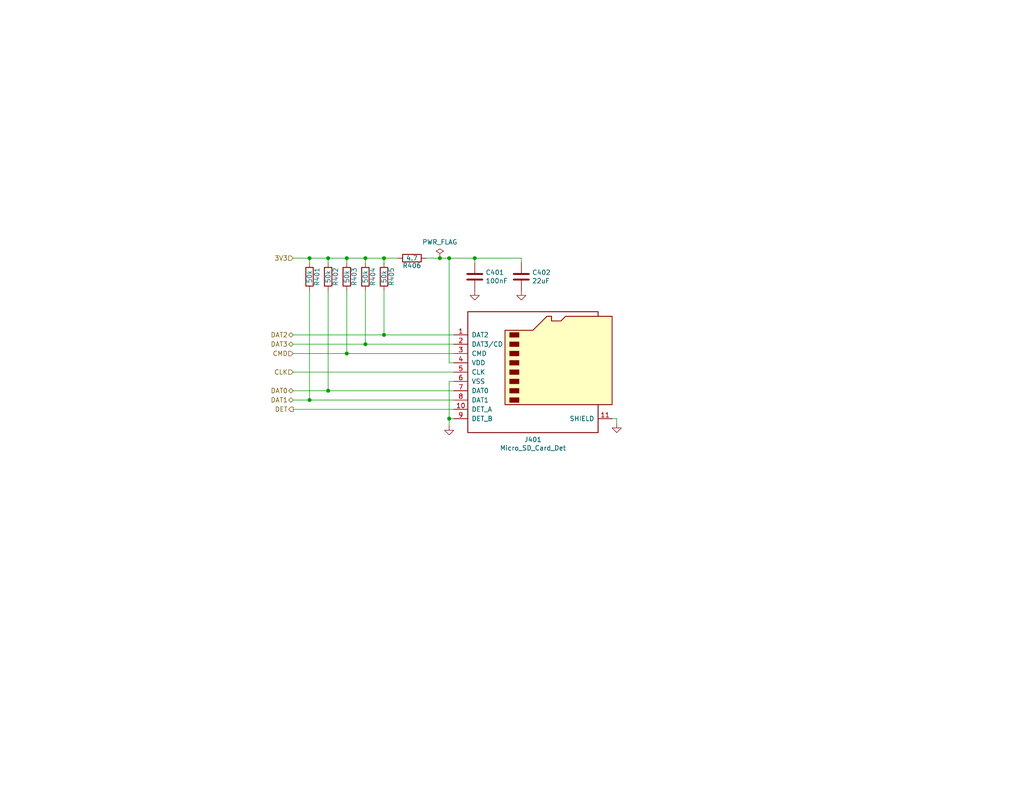
<source format=kicad_sch>
(kicad_sch (version 20211123) (generator eeschema)
  (paper "A")
  (title_block (title "SD Card") (date "2022-01-11") (rev "${Version}") (company "RetroComputing Reproductions"))
  (lib_symbols
    (symbol "Connector:Micro_SD_Card_Det" (pin_names (offset 1.016))
      (property "Reference" "J" (at -16.51 17.78 0))
      (property "Value" "Connector_Micro_SD_Card_Det" (at 16.51 17.78 0))
      (symbol "Micro_SD_Card_Det_0_1"
        (rectangle (start -7.62 -6.985) (end -5.08 -8.255) (fill (type outline)))
        (rectangle (start -7.62 -4.445) (end -5.08 -5.715) (fill (type outline)))
        (rectangle (start -7.62 -1.905) (end -5.08 -3.175) (fill (type outline)))
        (rectangle (start -7.62 0.635) (end -5.08 -0.635) (fill (type outline)))
        (rectangle (start -7.62 3.175) (end -5.08 1.905) (fill (type outline)))
        (rectangle (start -7.62 5.715) (end -5.08 4.445) (fill (type outline)))
        (rectangle (start -7.62 8.255) (end -5.08 6.985) (fill (type outline)))
        (rectangle (start -7.62 10.795) (end -5.08 9.525) (fill (type outline)))
        (polyline (pts (xy 16.51 15.24) (xy 16.51 16.51) (xy -19.05 16.51) (xy -19.05 -16.51) (xy 16.51 -16.51) (xy 16.51 -8.89)) (stroke (width 0.254)))
        (polyline (pts (xy -8.89 -8.89) (xy -8.89 11.43) (xy -1.27 11.43) (xy 2.54 15.24) (xy 3.81 15.24) (xy 3.81 13.97) (xy 6.35 13.97) (xy 7.62 15.24) (xy 20.32 15.24) (xy 20.32 -8.89) (xy -8.89 -8.89)) (stroke (width 0.254)) (fill (type background)))
      )
      (symbol "Micro_SD_Card_Det_1_1"
        (pin bidirectional line (at -22.86 10.16 0) (length 3.81) (name "DAT2") (number "1"))
        (pin passive line (at -22.86 -10.16 0) (length 3.81) (name "DET_A") (number "10"))
        (pin passive line (at 20.32 -12.7 180) (length 3.81) (name "SHIELD") (number "11"))
        (pin bidirectional line (at -22.86 7.62 0) (length 3.81) (name "DAT3/CD") (number "2"))
        (pin input line (at -22.86 5.08 0) (length 3.81) (name "CMD") (number "3"))
        (pin power_in line (at -22.86 2.54 0) (length 3.81) (name "VDD") (number "4"))
        (pin input line (at -22.86 0 0) (length 3.81) (name "CLK") (number "5"))
        (pin power_in line (at -22.86 -2.54 0) (length 3.81) (name "VSS") (number "6"))
        (pin bidirectional line (at -22.86 -5.08 0) (length 3.81) (name "DAT0") (number "7"))
        (pin bidirectional line (at -22.86 -7.62 0) (length 3.81) (name "DAT1") (number "8"))
        (pin passive line (at -22.86 -12.7 0) (length 3.81) (name "DET_B") (number "9"))
      )
    )
    (symbol "Device:C" (pin_numbers hide) (pin_names (offset 0.254))
      (property "Reference" "C" (at 0.635 2.54 0))
      (property "Value" "Device_C" (at 0.635 -2.54 0))
      (symbol "C_0_1"
        (polyline (pts (xy -2.032 -0.762) (xy 2.032 -0.762)) (stroke (width 0.508)))
        (polyline (pts (xy -2.032 0.762) (xy 2.032 0.762)) (stroke (width 0.508)))
      )
      (symbol "C_1_1"
        (pin passive line (at 0 3.81 270) (length 2.794) (name "~") (number "1"))
        (pin passive line (at 0 -3.81 90) (length 2.794) (name "~") (number "2"))
      )
    )
    (symbol "Device:R" (pin_numbers hide) (pin_names (offset 0))
      (property "Reference" "R" (at 2.032 0 90))
      (property "Value" "Device_R" (at 0 0 90))
      (symbol "R_0_1"
        (rectangle (start -1.016 -2.54) (end 1.016 2.54) (stroke (width 0.254)))
      )
      (symbol "R_1_1"
        (pin passive line (at 0 3.81 270) (length 1.27) (name "~") (number "1"))
        (pin passive line (at 0 -3.81 90) (length 1.27) (name "~") (number "2"))
      )
    )
    (symbol "power:GND" (power) (pin_names (offset 0))
      (property "Value" "power_GND" (at 0 -3.81 0))
      (symbol "GND_0_1"
        (polyline (pts (xy 0 0) (xy 0 -1.27) (xy 1.27 -1.27) (xy 0 -2.54) (xy -1.27 -1.27) (xy 0 -1.27)))
      )
      (symbol "GND_1_1"
        (pin power_in line (at 0 0 270) (length 0) hide (name "GND") (number "1"))
      )
    )
    (symbol "power:PWR_FLAG" (power) (pin_numbers hide) (pin_names (offset 0) hide)
      (property "Value" "power_PWR_FLAG" (at 0 3.81 0))
      (symbol "PWR_FLAG_0_0"
        (pin power_out line (at 0 0 90) (length 0) (name "pwr") (number "1"))
      )
      (symbol "PWR_FLAG_0_1"
        (polyline (pts (xy 0 0) (xy 0 1.27) (xy -1.016 1.905) (xy 0 2.54) (xy 1.016 1.905) (xy 0 1.27)))
      )
    )
  )
  (junction (at 99.695 70.485))
  (junction (at 94.615 96.52))
  (junction (at 99.695 93.98))
  (junction (at 89.535 70.485))
  (junction (at 104.775 91.44))
  (junction (at 129.54 70.485))
  (junction (at 104.775 70.485))
  (junction (at 84.455 70.485))
  (junction (at 120.015 70.485))
  (junction (at 84.455 109.22))
  (junction (at 122.555 114.3))
  (junction (at 89.535 106.68))
  (junction (at 94.615 70.485))
  (junction (at 122.555 70.485))
  (wire (pts (xy 104.775 70.485) (xy 108.585 70.485)))
  (wire (pts (xy 120.015 70.485) (xy 116.205 70.485)))
  (wire (pts (xy 84.455 109.22) (xy 123.825 109.22)))
  (wire (pts (xy 84.455 70.485) (xy 89.535 70.485)))
  (wire (pts (xy 89.535 79.375) (xy 89.535 106.68)))
  (wire (pts (xy 89.535 106.68) (xy 123.825 106.68)))
  (wire (pts (xy 80.01 109.22) (xy 84.455 109.22)))
  (wire (pts (xy 80.01 111.76) (xy 123.825 111.76)))
  (wire (pts (xy 122.555 104.14) (xy 123.825 104.14)))
  (wire (pts (xy 94.615 70.485) (xy 94.615 71.755)))
  (wire (pts (xy 122.555 70.485) (xy 120.015 70.485)))
  (wire (pts (xy 80.01 70.485) (xy 84.455 70.485)))
  (wire (pts (xy 80.01 93.98) (xy 99.695 93.98)))
  (wire (pts (xy 94.615 79.375) (xy 94.615 96.52)))
  (wire (pts (xy 122.555 114.3) (xy 122.555 104.14)))
  (wire (pts (xy 122.555 99.06) (xy 123.825 99.06)))
  (wire (pts (xy 122.555 116.205) (xy 122.555 114.3)))
  (wire (pts (xy 104.775 70.485) (xy 104.775 71.755)))
  (wire (pts (xy 122.555 70.485) (xy 122.555 99.06)))
  (wire (pts (xy 123.825 101.6) (xy 80.01 101.6)))
  (wire (pts (xy 80.01 96.52) (xy 94.615 96.52)))
  (wire (pts (xy 129.54 70.485) (xy 122.555 70.485)))
  (wire (pts (xy 94.615 70.485) (xy 99.695 70.485)))
  (wire (pts (xy 104.775 91.44) (xy 123.825 91.44)))
  (wire (pts (xy 99.695 93.98) (xy 123.825 93.98)))
  (wire (pts (xy 84.455 70.485) (xy 84.455 71.755)))
  (wire (pts (xy 104.775 79.375) (xy 104.775 91.44)))
  (wire (pts (xy 142.24 70.485) (xy 129.54 70.485)))
  (wire (pts (xy 84.455 79.375) (xy 84.455 109.22)))
  (wire (pts (xy 94.615 96.52) (xy 123.825 96.52)))
  (wire (pts (xy 99.695 71.755) (xy 99.695 70.485)))
  (wire (pts (xy 123.825 114.3) (xy 122.555 114.3)))
  (wire (pts (xy 99.695 70.485) (xy 104.775 70.485)))
  (wire (pts (xy 168.275 114.3) (xy 167.005 114.3)))
  (wire (pts (xy 80.01 91.44) (xy 104.775 91.44)))
  (wire (pts (xy 129.54 71.755) (xy 129.54 70.485)))
  (wire (pts (xy 168.275 115.57) (xy 168.275 114.3)))
  (wire (pts (xy 89.535 70.485) (xy 89.535 71.755)))
  (wire (pts (xy 99.695 79.375) (xy 99.695 93.98)))
  (wire (pts (xy 89.535 70.485) (xy 94.615 70.485)))
  (wire (pts (xy 80.01 106.68) (xy 89.535 106.68)))
  (wire (pts (xy 142.24 71.755) (xy 142.24 70.485)))
  (hierarchical_label "DAT3" (shape bidirectional) (at 80.01 93.98 180))
  (hierarchical_label "3V3" (shape input) (at 80.01 70.485 180))
  (hierarchical_label "DAT2" (shape bidirectional) (at 80.01 91.44 180))
  (hierarchical_label "DET" (shape output) (at 80.01 111.76 180))
  (hierarchical_label "DAT0" (shape bidirectional) (at 80.01 106.68 180))
  (hierarchical_label "CLK" (shape input) (at 80.01 101.6 180))
  (hierarchical_label "DAT1" (shape bidirectional) (at 80.01 109.22 180))
  (hierarchical_label "CMD" (shape input) (at 80.01 96.52 180))
  (symbol (lib_id "Device:C") (at 129.54 75.565 0) (unit 1)
    (property "Reference" "C401" (at 132.461 74.3966 0) (effects (justify left)))
    (property "Value" "100nF" (at 132.461 76.708 0) (effects (justify left)))
    (property "Footprint" "Capacitor_SMD:C_0603_1608Metric" (effects hide))
  )
  (symbol (lib_id "Device:C") (at 142.24 75.565 0) (unit 1)
    (property "Reference" "C402" (at 145.161 74.3966 0) (effects (justify left)))
    (property "Value" "22uF" (at 145.161 76.708 0) (effects (justify left)))
    (property "Footprint" "Capacitor_SMD:C_0603_1608Metric" (effects hide))
  )
  (symbol (lib_id "Device:R") (at 112.395 70.485 270) (unit 1)
    (property "Reference" "R406" (at 112.395 72.517 90))
    (property "Value" "4.7" (at 112.395 70.485 90))
    (property "Footprint" "Resistor_SMD:R_0603_1608Metric" (effects hide))
  )
  (symbol (lib_id "power:GND") (at 129.54 79.375 0) (unit 1)
    (property "Reference" "#PWR0122" (effects hide))
    (property "Value" "GND" (effects hide))
  )
  (symbol (lib_id "power:GND") (at 142.24 79.375 0) (unit 1)
    (property "Reference" "#PWR0123" (effects hide))
    (property "Value" "GND" (effects hide))
  )
  (symbol (lib_id "Device:R") (at 89.535 75.565 0) (unit 1)
    (property "Reference" "R402" (at 91.567 75.565 90))
    (property "Value" "50k" (at 89.535 75.565 90))
    (property "Footprint" "Resistor_SMD:R_0603_1608Metric" (effects hide))
  )
  (symbol (lib_id "Device:R") (at 84.455 75.565 0) (unit 1)
    (property "Reference" "R401" (at 86.487 75.565 90))
    (property "Value" "50k" (at 84.455 75.565 90))
    (property "Footprint" "Resistor_SMD:R_0603_1608Metric" (effects hide))
  )
  (symbol (lib_id "Device:R") (at 94.615 75.565 0) (unit 1)
    (property "Reference" "R403" (at 96.647 75.565 90))
    (property "Value" "50k" (at 94.615 75.565 90))
    (property "Footprint" "Resistor_SMD:R_0603_1608Metric" (effects hide))
  )
  (symbol (lib_id "Device:R") (at 104.775 75.565 0) (unit 1)
    (property "Reference" "R405" (at 106.807 75.565 90))
    (property "Value" "50k" (at 104.775 75.565 90))
    (property "Footprint" "Resistor_SMD:R_0603_1608Metric" (effects hide))
  )
  (symbol (lib_id "Device:R") (at 99.695 75.565 0) (unit 1)
    (property "Reference" "R404" (at 101.727 75.565 90))
    (property "Value" "50k" (at 99.695 75.565 90))
    (property "Footprint" "Resistor_SMD:R_0603_1608Metric" (effects hide))
  )
  (symbol (lib_id "power:GND") (at 122.555 116.205 0) (unit 1)
    (property "Reference" "#PWR0120" (effects hide))
    (property "Value" "GND" (effects hide))
  )
  (symbol (lib_id "power:GND") (at 168.275 115.57 0) (unit 1)
    (property "Reference" "#PWR0121" (effects hide))
    (property "Value" "GND" (effects hide))
  )
  (symbol (lib_id "power:PWR_FLAG") (at 120.015 70.485 0) (unit 1)
    (property "Reference" "#FLG0104" (effects hide))
    (property "Value" "PWR_FLAG" (at 120.015 66.0908 0))
  )
  (symbol (lib_id "Connector:Micro_SD_Card_Det") (at 146.685 101.6 0) (unit 1)
    (property "Reference" "J401" (at 145.415 120.015 0))
    (property "Value" "Micro_SD_Card_Det" (at 145.415 122.3264 0))
    (property "Footprint" "Imports:AMPHENOL_1140084168" (effects hide))
    (property "Datasheet" "https://www.hirose.com/product/en/download_file/key_name/DM3/category/Catalog/doc_file_id/49662/?file_category_id=4&item_id=195&is_series=1" (effects hide))
    (property "manf#" "1140084168" (effects hide))
  )
)
</source>
